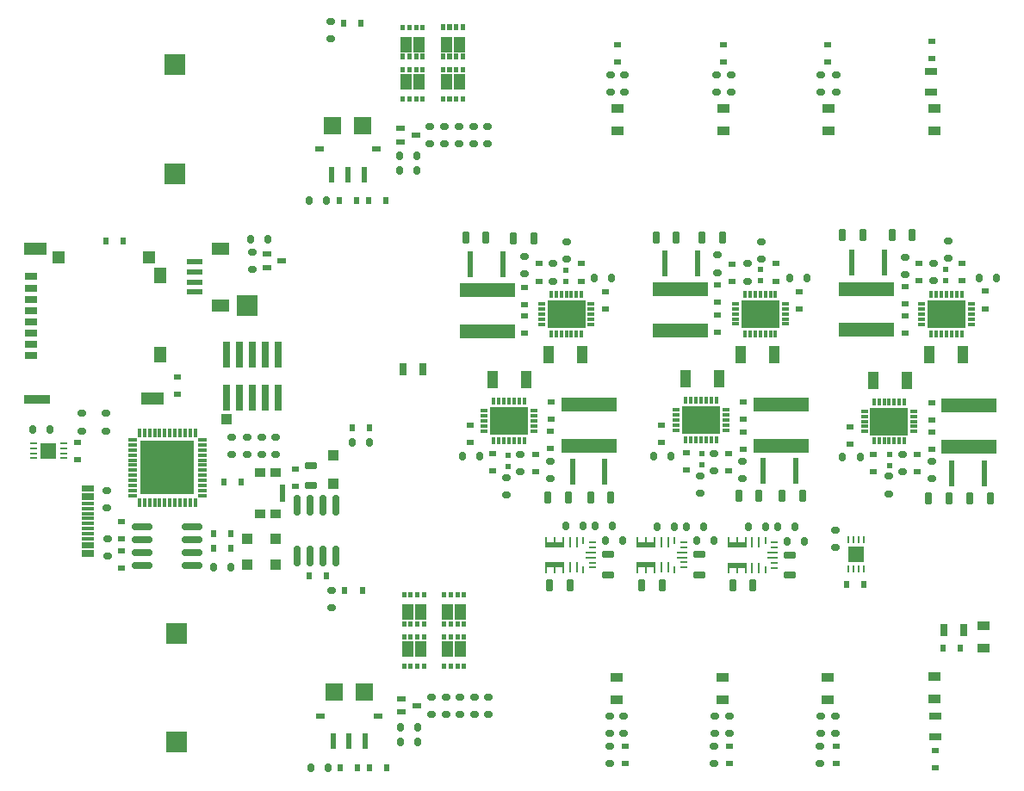
<source format=gbr>
%TF.GenerationSoftware,KiCad,Pcbnew,7.0.1-0*%
%TF.CreationDate,2023-04-01T19:34:19-07:00*%
%TF.ProjectId,1.0,312e302e-6b69-4636-9164-5f7063625858,rev?*%
%TF.SameCoordinates,Original*%
%TF.FileFunction,Paste,Top*%
%TF.FilePolarity,Positive*%
%FSLAX46Y46*%
G04 Gerber Fmt 4.6, Leading zero omitted, Abs format (unit mm)*
G04 Created by KiCad (PCBNEW 7.0.1-0) date 2023-04-01 19:34:19*
%MOMM*%
%LPD*%
G01*
G04 APERTURE LIST*
G04 Aperture macros list*
%AMRoundRect*
0 Rectangle with rounded corners*
0 $1 Rounding radius*
0 $2 $3 $4 $5 $6 $7 $8 $9 X,Y pos of 4 corners*
0 Add a 4 corners polygon primitive as box body*
4,1,4,$2,$3,$4,$5,$6,$7,$8,$9,$2,$3,0*
0 Add four circle primitives for the rounded corners*
1,1,$1+$1,$2,$3*
1,1,$1+$1,$4,$5*
1,1,$1+$1,$6,$7*
1,1,$1+$1,$8,$9*
0 Add four rect primitives between the rounded corners*
20,1,$1+$1,$2,$3,$4,$5,0*
20,1,$1+$1,$4,$5,$6,$7,0*
20,1,$1+$1,$6,$7,$8,$9,0*
20,1,$1+$1,$8,$9,$2,$3,0*%
G04 Aperture macros list end*
%ADD10C,0.010000*%
%ADD11RoundRect,0.150000X0.150000X0.250000X-0.150000X0.250000X-0.150000X-0.250000X0.150000X-0.250000X0*%
%ADD12R,0.800000X0.600000*%
%ADD13R,1.300000X0.900000*%
%ADD14R,2.000000X2.000000*%
%ADD15RoundRect,0.175000X0.175000X0.425000X-0.175000X0.425000X-0.175000X-0.425000X0.175000X-0.425000X0*%
%ADD16RoundRect,0.150000X0.250000X-0.150000X0.250000X0.150000X-0.250000X0.150000X-0.250000X-0.150000X0*%
%ADD17R,0.600000X0.800000*%
%ADD18R,0.300000X0.750000*%
%ADD19R,0.750000X0.300000*%
%ADD20R,3.700000X2.700000*%
%ADD21R,1.000000X1.000000*%
%ADD22R,0.830000X0.520000*%
%ADD23R,0.700000X1.200000*%
%ADD24R,1.100000X1.100000*%
%ADD25R,0.600000X2.500000*%
%ADD26RoundRect,0.175000X-0.175000X-0.425000X0.175000X-0.425000X0.175000X0.425000X-0.175000X0.425000X0*%
%ADD27R,1.000000X1.700000*%
%ADD28R,5.500000X1.430000*%
%ADD29R,0.600000X0.500000*%
%ADD30RoundRect,0.150000X-0.150000X-0.250000X0.150000X-0.250000X0.150000X0.250000X-0.150000X0.250000X0*%
%ADD31R,1.200000X0.700000*%
%ADD32RoundRect,0.150000X-0.250000X0.150000X-0.250000X-0.150000X0.250000X-0.150000X0.250000X0.150000X0*%
%ADD33R,1.800000X1.200000*%
%ADD34R,1.550000X0.600000*%
%ADD35R,0.500000X1.600000*%
%ADD36R,0.900000X0.600000*%
%ADD37R,1.800000X1.700000*%
%ADD38R,0.760000X2.600000*%
%ADD39R,1.000000X0.900000*%
%ADD40R,0.550000X1.700000*%
%ADD41RoundRect,0.175000X-0.425000X0.175000X-0.425000X-0.175000X0.425000X-0.175000X0.425000X0.175000X0*%
%ADD42R,0.850000X0.300000*%
%ADD43R,0.300000X0.850000*%
%ADD44R,5.250000X5.250000*%
%ADD45R,0.254800X0.757199*%
%ADD46R,1.600200X1.600200*%
%ADD47RoundRect,0.150000X0.825000X0.150000X-0.825000X0.150000X-0.825000X-0.150000X0.825000X-0.150000X0*%
%ADD48R,0.250000X0.800000*%
%ADD49R,0.250000X1.100000*%
%ADD50R,0.250000X0.700000*%
%ADD51R,1.950000X0.600000*%
%ADD52R,0.700000X0.250000*%
%ADD53R,1.100000X0.250000*%
%ADD54R,2.500000X0.950000*%
%ADD55R,2.200000X1.150000*%
%ADD56R,1.150000X1.500000*%
%ADD57R,1.240000X0.800000*%
%ADD58R,1.250000X1.250000*%
%ADD59R,1.200000X1.200000*%
%ADD60R,0.757199X0.254800*%
%ADD61R,1.150000X0.300000*%
%ADD62RoundRect,0.150000X-0.150000X0.825000X-0.150000X-0.825000X0.150000X-0.825000X0.150000X0.825000X0*%
G04 APERTURE END LIST*
%TO.C,Q10*%
D10*
X189420000Y-110297500D02*
X189080000Y-110297500D01*
X189080000Y-109847500D01*
X189420000Y-109847500D01*
X189420000Y-110297500D01*
G36*
X189420000Y-110297500D02*
G01*
X189080000Y-110297500D01*
X189080000Y-109847500D01*
X189420000Y-109847500D01*
X189420000Y-110297500D01*
G37*
X190070000Y-110297500D02*
X189730000Y-110297500D01*
X189730000Y-109847500D01*
X190070000Y-109847500D01*
X190070000Y-110297500D01*
G36*
X190070000Y-110297500D02*
G01*
X189730000Y-110297500D01*
X189730000Y-109847500D01*
X190070000Y-109847500D01*
X190070000Y-110297500D01*
G37*
X190720000Y-110297500D02*
X190380000Y-110297500D01*
X190380000Y-109847500D01*
X190720000Y-109847500D01*
X190720000Y-110297500D01*
G36*
X190720000Y-110297500D02*
G01*
X190380000Y-110297500D01*
X190380000Y-109847500D01*
X190720000Y-109847500D01*
X190720000Y-110297500D01*
G37*
X191370000Y-110297500D02*
X191030000Y-110297500D01*
X191030000Y-109847500D01*
X191370000Y-109847500D01*
X191370000Y-110297500D01*
G36*
X191370000Y-110297500D02*
G01*
X191030000Y-110297500D01*
X191030000Y-109847500D01*
X191370000Y-109847500D01*
X191370000Y-110297500D01*
G37*
X190100000Y-109097500D02*
X189080000Y-109097500D01*
X189080000Y-107652500D01*
X190100000Y-107652500D01*
X190100000Y-109097500D01*
G36*
X190100000Y-109097500D02*
G01*
X189080000Y-109097500D01*
X189080000Y-107652500D01*
X190100000Y-107652500D01*
X190100000Y-109097500D01*
G37*
X191370000Y-109097500D02*
X190350000Y-109097500D01*
X190350000Y-107652500D01*
X191370000Y-107652500D01*
X191370000Y-109097500D01*
G36*
X191370000Y-109097500D02*
G01*
X190350000Y-109097500D01*
X190350000Y-107652500D01*
X191370000Y-107652500D01*
X191370000Y-109097500D01*
G37*
X189420000Y-107427500D02*
X189080000Y-107427500D01*
X189080000Y-106977500D01*
X189420000Y-106977500D01*
X189420000Y-107427500D01*
G36*
X189420000Y-107427500D02*
G01*
X189080000Y-107427500D01*
X189080000Y-106977500D01*
X189420000Y-106977500D01*
X189420000Y-107427500D01*
G37*
X190070000Y-107427500D02*
X189730000Y-107427500D01*
X189730000Y-106977500D01*
X190070000Y-106977500D01*
X190070000Y-107427500D01*
G36*
X190070000Y-107427500D02*
G01*
X189730000Y-107427500D01*
X189730000Y-106977500D01*
X190070000Y-106977500D01*
X190070000Y-107427500D01*
G37*
X190720000Y-107427500D02*
X190380000Y-107427500D01*
X190380000Y-106977500D01*
X190720000Y-106977500D01*
X190720000Y-107427500D01*
G36*
X190720000Y-107427500D02*
G01*
X190380000Y-107427500D01*
X190380000Y-106977500D01*
X190720000Y-106977500D01*
X190720000Y-107427500D01*
G37*
X191370000Y-107427500D02*
X191030000Y-107427500D01*
X191030000Y-106977500D01*
X191370000Y-106977500D01*
X191370000Y-107427500D01*
G36*
X191370000Y-107427500D02*
G01*
X191030000Y-107427500D01*
X191030000Y-106977500D01*
X191370000Y-106977500D01*
X191370000Y-107427500D01*
G37*
%TO.C,Q12*%
X195320000Y-103252500D02*
X194980000Y-103252500D01*
X194980000Y-102802500D01*
X195320000Y-102802500D01*
X195320000Y-103252500D01*
G36*
X195320000Y-103252500D02*
G01*
X194980000Y-103252500D01*
X194980000Y-102802500D01*
X195320000Y-102802500D01*
X195320000Y-103252500D01*
G37*
X194670000Y-103252500D02*
X194330000Y-103252500D01*
X194330000Y-102802500D01*
X194670000Y-102802500D01*
X194670000Y-103252500D01*
G36*
X194670000Y-103252500D02*
G01*
X194330000Y-103252500D01*
X194330000Y-102802500D01*
X194670000Y-102802500D01*
X194670000Y-103252500D01*
G37*
X194020000Y-103252500D02*
X193680000Y-103252500D01*
X193680000Y-102802500D01*
X194020000Y-102802500D01*
X194020000Y-103252500D01*
G36*
X194020000Y-103252500D02*
G01*
X193680000Y-103252500D01*
X193680000Y-102802500D01*
X194020000Y-102802500D01*
X194020000Y-103252500D01*
G37*
X193370000Y-103252500D02*
X193030000Y-103252500D01*
X193030000Y-102802500D01*
X193370000Y-102802500D01*
X193370000Y-103252500D01*
G36*
X193370000Y-103252500D02*
G01*
X193030000Y-103252500D01*
X193030000Y-102802500D01*
X193370000Y-102802500D01*
X193370000Y-103252500D01*
G37*
X195320000Y-105447500D02*
X194300000Y-105447500D01*
X194300000Y-104002500D01*
X195320000Y-104002500D01*
X195320000Y-105447500D01*
G36*
X195320000Y-105447500D02*
G01*
X194300000Y-105447500D01*
X194300000Y-104002500D01*
X195320000Y-104002500D01*
X195320000Y-105447500D01*
G37*
X194050000Y-105447500D02*
X193030000Y-105447500D01*
X193030000Y-104002500D01*
X194050000Y-104002500D01*
X194050000Y-105447500D01*
G36*
X194050000Y-105447500D02*
G01*
X193030000Y-105447500D01*
X193030000Y-104002500D01*
X194050000Y-104002500D01*
X194050000Y-105447500D01*
G37*
X195320000Y-106122500D02*
X194980000Y-106122500D01*
X194980000Y-105672500D01*
X195320000Y-105672500D01*
X195320000Y-106122500D01*
G36*
X195320000Y-106122500D02*
G01*
X194980000Y-106122500D01*
X194980000Y-105672500D01*
X195320000Y-105672500D01*
X195320000Y-106122500D01*
G37*
X194670000Y-106122500D02*
X194330000Y-106122500D01*
X194330000Y-105672500D01*
X194670000Y-105672500D01*
X194670000Y-106122500D01*
G36*
X194670000Y-106122500D02*
G01*
X194330000Y-106122500D01*
X194330000Y-105672500D01*
X194670000Y-105672500D01*
X194670000Y-106122500D01*
G37*
X194020000Y-106122500D02*
X193680000Y-106122500D01*
X193680000Y-105672500D01*
X194020000Y-105672500D01*
X194020000Y-106122500D01*
G36*
X194020000Y-106122500D02*
G01*
X193680000Y-106122500D01*
X193680000Y-105672500D01*
X194020000Y-105672500D01*
X194020000Y-106122500D01*
G37*
X193370000Y-106122500D02*
X193030000Y-106122500D01*
X193030000Y-105672500D01*
X193370000Y-105672500D01*
X193370000Y-106122500D01*
G36*
X193370000Y-106122500D02*
G01*
X193030000Y-106122500D01*
X193030000Y-105672500D01*
X193370000Y-105672500D01*
X193370000Y-106122500D01*
G37*
%TO.C,Q3*%
X195445000Y-159065000D02*
X195105000Y-159065000D01*
X195105000Y-158615000D01*
X195445000Y-158615000D01*
X195445000Y-159065000D01*
G36*
X195445000Y-159065000D02*
G01*
X195105000Y-159065000D01*
X195105000Y-158615000D01*
X195445000Y-158615000D01*
X195445000Y-159065000D01*
G37*
X194795000Y-159065000D02*
X194455000Y-159065000D01*
X194455000Y-158615000D01*
X194795000Y-158615000D01*
X194795000Y-159065000D01*
G36*
X194795000Y-159065000D02*
G01*
X194455000Y-159065000D01*
X194455000Y-158615000D01*
X194795000Y-158615000D01*
X194795000Y-159065000D01*
G37*
X194145000Y-159065000D02*
X193805000Y-159065000D01*
X193805000Y-158615000D01*
X194145000Y-158615000D01*
X194145000Y-159065000D01*
G36*
X194145000Y-159065000D02*
G01*
X193805000Y-159065000D01*
X193805000Y-158615000D01*
X194145000Y-158615000D01*
X194145000Y-159065000D01*
G37*
X193495000Y-159065000D02*
X193155000Y-159065000D01*
X193155000Y-158615000D01*
X193495000Y-158615000D01*
X193495000Y-159065000D01*
G36*
X193495000Y-159065000D02*
G01*
X193155000Y-159065000D01*
X193155000Y-158615000D01*
X193495000Y-158615000D01*
X193495000Y-159065000D01*
G37*
X195445000Y-161260000D02*
X194425000Y-161260000D01*
X194425000Y-159815000D01*
X195445000Y-159815000D01*
X195445000Y-161260000D01*
G36*
X195445000Y-161260000D02*
G01*
X194425000Y-161260000D01*
X194425000Y-159815000D01*
X195445000Y-159815000D01*
X195445000Y-161260000D01*
G37*
X194175000Y-161260000D02*
X193155000Y-161260000D01*
X193155000Y-159815000D01*
X194175000Y-159815000D01*
X194175000Y-161260000D01*
G36*
X194175000Y-161260000D02*
G01*
X193155000Y-161260000D01*
X193155000Y-159815000D01*
X194175000Y-159815000D01*
X194175000Y-161260000D01*
G37*
X195445000Y-161935000D02*
X195105000Y-161935000D01*
X195105000Y-161485000D01*
X195445000Y-161485000D01*
X195445000Y-161935000D01*
G36*
X195445000Y-161935000D02*
G01*
X195105000Y-161935000D01*
X195105000Y-161485000D01*
X195445000Y-161485000D01*
X195445000Y-161935000D01*
G37*
X194795000Y-161935000D02*
X194455000Y-161935000D01*
X194455000Y-161485000D01*
X194795000Y-161485000D01*
X194795000Y-161935000D01*
G36*
X194795000Y-161935000D02*
G01*
X194455000Y-161935000D01*
X194455000Y-161485000D01*
X194795000Y-161485000D01*
X194795000Y-161935000D01*
G37*
X194145000Y-161935000D02*
X193805000Y-161935000D01*
X193805000Y-161485000D01*
X194145000Y-161485000D01*
X194145000Y-161935000D01*
G36*
X194145000Y-161935000D02*
G01*
X193805000Y-161935000D01*
X193805000Y-161485000D01*
X194145000Y-161485000D01*
X194145000Y-161935000D01*
G37*
X193495000Y-161935000D02*
X193155000Y-161935000D01*
X193155000Y-161485000D01*
X193495000Y-161485000D01*
X193495000Y-161935000D01*
G36*
X193495000Y-161935000D02*
G01*
X193155000Y-161935000D01*
X193155000Y-161485000D01*
X193495000Y-161485000D01*
X193495000Y-161935000D01*
G37*
%TO.C,Q4*%
X191495000Y-159065000D02*
X191155000Y-159065000D01*
X191155000Y-158615000D01*
X191495000Y-158615000D01*
X191495000Y-159065000D01*
G36*
X191495000Y-159065000D02*
G01*
X191155000Y-159065000D01*
X191155000Y-158615000D01*
X191495000Y-158615000D01*
X191495000Y-159065000D01*
G37*
X190845000Y-159065000D02*
X190505000Y-159065000D01*
X190505000Y-158615000D01*
X190845000Y-158615000D01*
X190845000Y-159065000D01*
G36*
X190845000Y-159065000D02*
G01*
X190505000Y-159065000D01*
X190505000Y-158615000D01*
X190845000Y-158615000D01*
X190845000Y-159065000D01*
G37*
X190195000Y-159065000D02*
X189855000Y-159065000D01*
X189855000Y-158615000D01*
X190195000Y-158615000D01*
X190195000Y-159065000D01*
G36*
X190195000Y-159065000D02*
G01*
X189855000Y-159065000D01*
X189855000Y-158615000D01*
X190195000Y-158615000D01*
X190195000Y-159065000D01*
G37*
X189545000Y-159065000D02*
X189205000Y-159065000D01*
X189205000Y-158615000D01*
X189545000Y-158615000D01*
X189545000Y-159065000D01*
G36*
X189545000Y-159065000D02*
G01*
X189205000Y-159065000D01*
X189205000Y-158615000D01*
X189545000Y-158615000D01*
X189545000Y-159065000D01*
G37*
X191495000Y-161260000D02*
X190475000Y-161260000D01*
X190475000Y-159815000D01*
X191495000Y-159815000D01*
X191495000Y-161260000D01*
G36*
X191495000Y-161260000D02*
G01*
X190475000Y-161260000D01*
X190475000Y-159815000D01*
X191495000Y-159815000D01*
X191495000Y-161260000D01*
G37*
X190225000Y-161260000D02*
X189205000Y-161260000D01*
X189205000Y-159815000D01*
X190225000Y-159815000D01*
X190225000Y-161260000D01*
G36*
X190225000Y-161260000D02*
G01*
X189205000Y-161260000D01*
X189205000Y-159815000D01*
X190225000Y-159815000D01*
X190225000Y-161260000D01*
G37*
X191495000Y-161935000D02*
X191155000Y-161935000D01*
X191155000Y-161485000D01*
X191495000Y-161485000D01*
X191495000Y-161935000D01*
G36*
X191495000Y-161935000D02*
G01*
X191155000Y-161935000D01*
X191155000Y-161485000D01*
X191495000Y-161485000D01*
X191495000Y-161935000D01*
G37*
X190845000Y-161935000D02*
X190505000Y-161935000D01*
X190505000Y-161485000D01*
X190845000Y-161485000D01*
X190845000Y-161935000D01*
G36*
X190845000Y-161935000D02*
G01*
X190505000Y-161935000D01*
X190505000Y-161485000D01*
X190845000Y-161485000D01*
X190845000Y-161935000D01*
G37*
X190195000Y-161935000D02*
X189855000Y-161935000D01*
X189855000Y-161485000D01*
X190195000Y-161485000D01*
X190195000Y-161935000D01*
G36*
X190195000Y-161935000D02*
G01*
X189855000Y-161935000D01*
X189855000Y-161485000D01*
X190195000Y-161485000D01*
X190195000Y-161935000D01*
G37*
X189545000Y-161935000D02*
X189205000Y-161935000D01*
X189205000Y-161485000D01*
X189545000Y-161485000D01*
X189545000Y-161935000D01*
G36*
X189545000Y-161935000D02*
G01*
X189205000Y-161935000D01*
X189205000Y-161485000D01*
X189545000Y-161485000D01*
X189545000Y-161935000D01*
G37*
%TO.C,Q6*%
X193495000Y-166100000D02*
X193155000Y-166100000D01*
X193155000Y-165650000D01*
X193495000Y-165650000D01*
X193495000Y-166100000D01*
G36*
X193495000Y-166100000D02*
G01*
X193155000Y-166100000D01*
X193155000Y-165650000D01*
X193495000Y-165650000D01*
X193495000Y-166100000D01*
G37*
X194145000Y-166100000D02*
X193805000Y-166100000D01*
X193805000Y-165650000D01*
X194145000Y-165650000D01*
X194145000Y-166100000D01*
G36*
X194145000Y-166100000D02*
G01*
X193805000Y-166100000D01*
X193805000Y-165650000D01*
X194145000Y-165650000D01*
X194145000Y-166100000D01*
G37*
X194795000Y-166100000D02*
X194455000Y-166100000D01*
X194455000Y-165650000D01*
X194795000Y-165650000D01*
X194795000Y-166100000D01*
G36*
X194795000Y-166100000D02*
G01*
X194455000Y-166100000D01*
X194455000Y-165650000D01*
X194795000Y-165650000D01*
X194795000Y-166100000D01*
G37*
X195445000Y-166100000D02*
X195105000Y-166100000D01*
X195105000Y-165650000D01*
X195445000Y-165650000D01*
X195445000Y-166100000D01*
G36*
X195445000Y-166100000D02*
G01*
X195105000Y-166100000D01*
X195105000Y-165650000D01*
X195445000Y-165650000D01*
X195445000Y-166100000D01*
G37*
X194175000Y-164900000D02*
X193155000Y-164900000D01*
X193155000Y-163455000D01*
X194175000Y-163455000D01*
X194175000Y-164900000D01*
G36*
X194175000Y-164900000D02*
G01*
X193155000Y-164900000D01*
X193155000Y-163455000D01*
X194175000Y-163455000D01*
X194175000Y-164900000D01*
G37*
X195445000Y-164900000D02*
X194425000Y-164900000D01*
X194425000Y-163455000D01*
X195445000Y-163455000D01*
X195445000Y-164900000D01*
G36*
X195445000Y-164900000D02*
G01*
X194425000Y-164900000D01*
X194425000Y-163455000D01*
X195445000Y-163455000D01*
X195445000Y-164900000D01*
G37*
X193495000Y-163230000D02*
X193155000Y-163230000D01*
X193155000Y-162780000D01*
X193495000Y-162780000D01*
X193495000Y-163230000D01*
G36*
X193495000Y-163230000D02*
G01*
X193155000Y-163230000D01*
X193155000Y-162780000D01*
X193495000Y-162780000D01*
X193495000Y-163230000D01*
G37*
X194145000Y-163230000D02*
X193805000Y-163230000D01*
X193805000Y-162780000D01*
X194145000Y-162780000D01*
X194145000Y-163230000D01*
G36*
X194145000Y-163230000D02*
G01*
X193805000Y-163230000D01*
X193805000Y-162780000D01*
X194145000Y-162780000D01*
X194145000Y-163230000D01*
G37*
X194795000Y-163230000D02*
X194455000Y-163230000D01*
X194455000Y-162780000D01*
X194795000Y-162780000D01*
X194795000Y-163230000D01*
G36*
X194795000Y-163230000D02*
G01*
X194455000Y-163230000D01*
X194455000Y-162780000D01*
X194795000Y-162780000D01*
X194795000Y-163230000D01*
G37*
X195445000Y-163230000D02*
X195105000Y-163230000D01*
X195105000Y-162780000D01*
X195445000Y-162780000D01*
X195445000Y-163230000D01*
G36*
X195445000Y-163230000D02*
G01*
X195105000Y-163230000D01*
X195105000Y-162780000D01*
X195445000Y-162780000D01*
X195445000Y-163230000D01*
G37*
%TO.C,Q9*%
X193370000Y-110297500D02*
X193030000Y-110297500D01*
X193030000Y-109847500D01*
X193370000Y-109847500D01*
X193370000Y-110297500D01*
G36*
X193370000Y-110297500D02*
G01*
X193030000Y-110297500D01*
X193030000Y-109847500D01*
X193370000Y-109847500D01*
X193370000Y-110297500D01*
G37*
X194020000Y-110297500D02*
X193680000Y-110297500D01*
X193680000Y-109847500D01*
X194020000Y-109847500D01*
X194020000Y-110297500D01*
G36*
X194020000Y-110297500D02*
G01*
X193680000Y-110297500D01*
X193680000Y-109847500D01*
X194020000Y-109847500D01*
X194020000Y-110297500D01*
G37*
X194670000Y-110297500D02*
X194330000Y-110297500D01*
X194330000Y-109847500D01*
X194670000Y-109847500D01*
X194670000Y-110297500D01*
G36*
X194670000Y-110297500D02*
G01*
X194330000Y-110297500D01*
X194330000Y-109847500D01*
X194670000Y-109847500D01*
X194670000Y-110297500D01*
G37*
X195320000Y-110297500D02*
X194980000Y-110297500D01*
X194980000Y-109847500D01*
X195320000Y-109847500D01*
X195320000Y-110297500D01*
G36*
X195320000Y-110297500D02*
G01*
X194980000Y-110297500D01*
X194980000Y-109847500D01*
X195320000Y-109847500D01*
X195320000Y-110297500D01*
G37*
X194050000Y-109097500D02*
X193030000Y-109097500D01*
X193030000Y-107652500D01*
X194050000Y-107652500D01*
X194050000Y-109097500D01*
G36*
X194050000Y-109097500D02*
G01*
X193030000Y-109097500D01*
X193030000Y-107652500D01*
X194050000Y-107652500D01*
X194050000Y-109097500D01*
G37*
X195320000Y-109097500D02*
X194300000Y-109097500D01*
X194300000Y-107652500D01*
X195320000Y-107652500D01*
X195320000Y-109097500D01*
G36*
X195320000Y-109097500D02*
G01*
X194300000Y-109097500D01*
X194300000Y-107652500D01*
X195320000Y-107652500D01*
X195320000Y-109097500D01*
G37*
X193370000Y-107427500D02*
X193030000Y-107427500D01*
X193030000Y-106977500D01*
X193370000Y-106977500D01*
X193370000Y-107427500D01*
G36*
X193370000Y-107427500D02*
G01*
X193030000Y-107427500D01*
X193030000Y-106977500D01*
X193370000Y-106977500D01*
X193370000Y-107427500D01*
G37*
X194020000Y-107427500D02*
X193680000Y-107427500D01*
X193680000Y-106977500D01*
X194020000Y-106977500D01*
X194020000Y-107427500D01*
G36*
X194020000Y-107427500D02*
G01*
X193680000Y-107427500D01*
X193680000Y-106977500D01*
X194020000Y-106977500D01*
X194020000Y-107427500D01*
G37*
X194670000Y-107427500D02*
X194330000Y-107427500D01*
X194330000Y-106977500D01*
X194670000Y-106977500D01*
X194670000Y-107427500D01*
G36*
X194670000Y-107427500D02*
G01*
X194330000Y-107427500D01*
X194330000Y-106977500D01*
X194670000Y-106977500D01*
X194670000Y-107427500D01*
G37*
X195320000Y-107427500D02*
X194980000Y-107427500D01*
X194980000Y-106977500D01*
X195320000Y-106977500D01*
X195320000Y-107427500D01*
G36*
X195320000Y-107427500D02*
G01*
X194980000Y-107427500D01*
X194980000Y-106977500D01*
X195320000Y-106977500D01*
X195320000Y-107427500D01*
G37*
%TO.C,Q11*%
X191395000Y-103265000D02*
X191055000Y-103265000D01*
X191055000Y-102815000D01*
X191395000Y-102815000D01*
X191395000Y-103265000D01*
G36*
X191395000Y-103265000D02*
G01*
X191055000Y-103265000D01*
X191055000Y-102815000D01*
X191395000Y-102815000D01*
X191395000Y-103265000D01*
G37*
X190745000Y-103265000D02*
X190405000Y-103265000D01*
X190405000Y-102815000D01*
X190745000Y-102815000D01*
X190745000Y-103265000D01*
G36*
X190745000Y-103265000D02*
G01*
X190405000Y-103265000D01*
X190405000Y-102815000D01*
X190745000Y-102815000D01*
X190745000Y-103265000D01*
G37*
X190095000Y-103265000D02*
X189755000Y-103265000D01*
X189755000Y-102815000D01*
X190095000Y-102815000D01*
X190095000Y-103265000D01*
G36*
X190095000Y-103265000D02*
G01*
X189755000Y-103265000D01*
X189755000Y-102815000D01*
X190095000Y-102815000D01*
X190095000Y-103265000D01*
G37*
X189445000Y-103265000D02*
X189105000Y-103265000D01*
X189105000Y-102815000D01*
X189445000Y-102815000D01*
X189445000Y-103265000D01*
G36*
X189445000Y-103265000D02*
G01*
X189105000Y-103265000D01*
X189105000Y-102815000D01*
X189445000Y-102815000D01*
X189445000Y-103265000D01*
G37*
X191395000Y-105460000D02*
X190375000Y-105460000D01*
X190375000Y-104015000D01*
X191395000Y-104015000D01*
X191395000Y-105460000D01*
G36*
X191395000Y-105460000D02*
G01*
X190375000Y-105460000D01*
X190375000Y-104015000D01*
X191395000Y-104015000D01*
X191395000Y-105460000D01*
G37*
X190125000Y-105460000D02*
X189105000Y-105460000D01*
X189105000Y-104015000D01*
X190125000Y-104015000D01*
X190125000Y-105460000D01*
G36*
X190125000Y-105460000D02*
G01*
X189105000Y-105460000D01*
X189105000Y-104015000D01*
X190125000Y-104015000D01*
X190125000Y-105460000D01*
G37*
X191395000Y-106135000D02*
X191055000Y-106135000D01*
X191055000Y-105685000D01*
X191395000Y-105685000D01*
X191395000Y-106135000D01*
G36*
X191395000Y-106135000D02*
G01*
X191055000Y-106135000D01*
X191055000Y-105685000D01*
X191395000Y-105685000D01*
X191395000Y-106135000D01*
G37*
X190745000Y-106135000D02*
X190405000Y-106135000D01*
X190405000Y-105685000D01*
X190745000Y-105685000D01*
X190745000Y-106135000D01*
G36*
X190745000Y-106135000D02*
G01*
X190405000Y-106135000D01*
X190405000Y-105685000D01*
X190745000Y-105685000D01*
X190745000Y-106135000D01*
G37*
X190095000Y-106135000D02*
X189755000Y-106135000D01*
X189755000Y-105685000D01*
X190095000Y-105685000D01*
X190095000Y-106135000D01*
G36*
X190095000Y-106135000D02*
G01*
X189755000Y-106135000D01*
X189755000Y-105685000D01*
X190095000Y-105685000D01*
X190095000Y-106135000D01*
G37*
X189445000Y-106135000D02*
X189105000Y-106135000D01*
X189105000Y-105685000D01*
X189445000Y-105685000D01*
X189445000Y-106135000D01*
G36*
X189445000Y-106135000D02*
G01*
X189105000Y-106135000D01*
X189105000Y-105685000D01*
X189445000Y-105685000D01*
X189445000Y-106135000D01*
G37*
%TO.C,Q5*%
X189545000Y-166112500D02*
X189205000Y-166112500D01*
X189205000Y-165662500D01*
X189545000Y-165662500D01*
X189545000Y-166112500D01*
G36*
X189545000Y-166112500D02*
G01*
X189205000Y-166112500D01*
X189205000Y-165662500D01*
X189545000Y-165662500D01*
X189545000Y-166112500D01*
G37*
X190195000Y-166112500D02*
X189855000Y-166112500D01*
X189855000Y-165662500D01*
X190195000Y-165662500D01*
X190195000Y-166112500D01*
G36*
X190195000Y-166112500D02*
G01*
X189855000Y-166112500D01*
X189855000Y-165662500D01*
X190195000Y-165662500D01*
X190195000Y-166112500D01*
G37*
X190845000Y-166112500D02*
X190505000Y-166112500D01*
X190505000Y-165662500D01*
X190845000Y-165662500D01*
X190845000Y-166112500D01*
G36*
X190845000Y-166112500D02*
G01*
X190505000Y-166112500D01*
X190505000Y-165662500D01*
X190845000Y-165662500D01*
X190845000Y-166112500D01*
G37*
X191495000Y-166112500D02*
X191155000Y-166112500D01*
X191155000Y-165662500D01*
X191495000Y-165662500D01*
X191495000Y-166112500D01*
G36*
X191495000Y-166112500D02*
G01*
X191155000Y-166112500D01*
X191155000Y-165662500D01*
X191495000Y-165662500D01*
X191495000Y-166112500D01*
G37*
X190225000Y-164912500D02*
X189205000Y-164912500D01*
X189205000Y-163467500D01*
X190225000Y-163467500D01*
X190225000Y-164912500D01*
G36*
X190225000Y-164912500D02*
G01*
X189205000Y-164912500D01*
X189205000Y-163467500D01*
X190225000Y-163467500D01*
X190225000Y-164912500D01*
G37*
X191495000Y-164912500D02*
X190475000Y-164912500D01*
X190475000Y-163467500D01*
X191495000Y-163467500D01*
X191495000Y-164912500D01*
G36*
X191495000Y-164912500D02*
G01*
X190475000Y-164912500D01*
X190475000Y-163467500D01*
X191495000Y-163467500D01*
X191495000Y-164912500D01*
G37*
X189545000Y-163242500D02*
X189205000Y-163242500D01*
X189205000Y-162792500D01*
X189545000Y-162792500D01*
X189545000Y-163242500D01*
G36*
X189545000Y-163242500D02*
G01*
X189205000Y-163242500D01*
X189205000Y-162792500D01*
X189545000Y-162792500D01*
X189545000Y-163242500D01*
G37*
X190195000Y-163242500D02*
X189855000Y-163242500D01*
X189855000Y-162792500D01*
X190195000Y-162792500D01*
X190195000Y-163242500D01*
G36*
X190195000Y-163242500D02*
G01*
X189855000Y-163242500D01*
X189855000Y-162792500D01*
X190195000Y-162792500D01*
X190195000Y-163242500D01*
G37*
X190845000Y-163242500D02*
X190505000Y-163242500D01*
X190505000Y-162792500D01*
X190845000Y-162792500D01*
X190845000Y-163242500D01*
G36*
X190845000Y-163242500D02*
G01*
X190505000Y-163242500D01*
X190505000Y-162792500D01*
X190845000Y-162792500D01*
X190845000Y-163242500D01*
G37*
X191495000Y-163242500D02*
X191155000Y-163242500D01*
X191155000Y-162792500D01*
X191495000Y-162792500D01*
X191495000Y-163242500D01*
G36*
X191495000Y-163242500D02*
G01*
X191155000Y-163242500D01*
X191155000Y-162792500D01*
X191495000Y-162792500D01*
X191495000Y-163242500D01*
G37*
%TD*%
D11*
%TO.C,R84*%
X234237500Y-145355000D03*
X232537500Y-145355000D03*
%TD*%
D12*
%TO.C,C65*%
X220250000Y-130095000D03*
X220250000Y-128395000D03*
%TD*%
D13*
%TO.C,F4*%
X210400000Y-111075000D03*
X210400000Y-113275000D03*
%TD*%
D14*
%TO.C,TP17*%
X167020000Y-162670000D03*
%TD*%
D12*
%TO.C,R85*%
X239840000Y-145100000D03*
X239840000Y-146800000D03*
%TD*%
D15*
%TO.C,C26*%
X220730000Y-123730000D03*
X218730000Y-123730000D03*
%TD*%
D16*
%TO.C,R18*%
X175400000Y-145125000D03*
X175400000Y-143425000D03*
%TD*%
D17*
%TO.C,C29*%
X232945000Y-157860000D03*
X234645000Y-157860000D03*
%TD*%
D18*
%TO.C,U9*%
X203867500Y-133230001D03*
X204367499Y-133230001D03*
X204867501Y-133230001D03*
X205367500Y-133230001D03*
X205867499Y-133230001D03*
X206367501Y-133230001D03*
X206867500Y-133230001D03*
D19*
X207807500Y-132290002D03*
X207807500Y-131790000D03*
X207807500Y-131290001D03*
X207807500Y-130790002D03*
X207807500Y-130290000D03*
D18*
X206867500Y-129350001D03*
X206367501Y-129350001D03*
X205867499Y-129350001D03*
X205367500Y-129350001D03*
X204867501Y-129350001D03*
X204367499Y-129350001D03*
X203867500Y-129350001D03*
D19*
X202927500Y-130290000D03*
X202927500Y-130790002D03*
X202927500Y-131290001D03*
X202927500Y-131790000D03*
X202927500Y-132290002D03*
D20*
X205367500Y-131290001D03*
%TD*%
D12*
%TO.C,D16*%
X241625000Y-175925000D03*
X241625000Y-174225000D03*
%TD*%
D21*
%TO.C,TP1*%
X171950000Y-141625000D03*
%TD*%
D12*
%TO.C,D15*%
X241300000Y-104435000D03*
X241300000Y-106135000D03*
%TD*%
D13*
%TO.C,F1*%
X231025000Y-169225000D03*
X231025000Y-167025000D03*
%TD*%
D22*
%TO.C,Q1*%
X189165000Y-169150000D03*
X189165000Y-170450000D03*
X190635000Y-169800000D03*
%TD*%
D12*
%TO.C,R81*%
X221680000Y-128050000D03*
X221680000Y-126350000D03*
%TD*%
%TO.C,C31*%
X198122500Y-145025000D03*
X198122500Y-146725000D03*
%TD*%
D23*
%TO.C,R51*%
X191300000Y-136720000D03*
X189300000Y-136720000D03*
%TD*%
D24*
%TO.C,D2*%
X176825000Y-153425000D03*
X174025000Y-153425000D03*
%TD*%
D11*
%TO.C,R1*%
X172375000Y-156175000D03*
X170675000Y-156175000D03*
%TD*%
D14*
%TO.C,TP20*%
X166890000Y-117540000D03*
%TD*%
D16*
%TO.C,R45*%
X211100000Y-109450000D03*
X211100000Y-107750000D03*
%TD*%
D12*
%TO.C,C35*%
X203822500Y-142800000D03*
X203822500Y-144500000D03*
%TD*%
D25*
%TO.C,C58*%
X246460000Y-147000000D03*
X243260000Y-147000000D03*
%TD*%
D26*
%TO.C,C74*%
X240960000Y-149460000D03*
X242960000Y-149460000D03*
%TD*%
D12*
%TO.C,C69*%
X238650000Y-133200000D03*
X238650000Y-131500000D03*
%TD*%
%TO.C,C68*%
X220250000Y-133095000D03*
X220250000Y-131395000D03*
%TD*%
D27*
%TO.C,C55*%
X235560000Y-137790000D03*
X238860000Y-137790000D03*
%TD*%
D18*
%TO.C,U29*%
X222935000Y-133209999D03*
X223434999Y-133209999D03*
X223935001Y-133209999D03*
X224435000Y-133209999D03*
X224934999Y-133209999D03*
X225435001Y-133209999D03*
X225935000Y-133209999D03*
D19*
X226875000Y-132270000D03*
X226875000Y-131769998D03*
X226875000Y-131269999D03*
X226875000Y-130770000D03*
X226875000Y-130269998D03*
D18*
X225935000Y-129329999D03*
X225435001Y-129329999D03*
X224934999Y-129329999D03*
X224435000Y-129329999D03*
X223935001Y-129329999D03*
X223434999Y-129329999D03*
X222935000Y-129329999D03*
D19*
X221995000Y-130269998D03*
X221995000Y-130770000D03*
X221995000Y-131269999D03*
X221995000Y-131769998D03*
X221995000Y-132270000D03*
D20*
X224435000Y-131269999D03*
%TD*%
D28*
%TO.C,L2*%
X207647500Y-140205000D03*
X207647500Y-144245000D03*
%TD*%
D25*
%TO.C,C6*%
X209175000Y-146800000D03*
X205975000Y-146800000D03*
%TD*%
D29*
%TO.C,C73*%
X237187500Y-146180000D03*
X237187500Y-145080000D03*
%TD*%
D11*
%TO.C,R25*%
X190730000Y-173350000D03*
X189030000Y-173350000D03*
%TD*%
D16*
%TO.C,R77*%
X200872500Y-146825000D03*
X200872500Y-145125000D03*
%TD*%
D18*
%TO.C,U12*%
X220100000Y-139795000D03*
X219600001Y-139795000D03*
X219099999Y-139795000D03*
X218600000Y-139795000D03*
X218100001Y-139795000D03*
X217599999Y-139795000D03*
X217100000Y-139795000D03*
D19*
X216160000Y-140734999D03*
X216160000Y-141235001D03*
X216160000Y-141735000D03*
X216160000Y-142234999D03*
X216160000Y-142735001D03*
D18*
X217100000Y-143675000D03*
X217599999Y-143675000D03*
X218100001Y-143675000D03*
X218600000Y-143675000D03*
X219099999Y-143675000D03*
X219600001Y-143675000D03*
X220100000Y-143675000D03*
D19*
X221040000Y-142735001D03*
X221040000Y-142234999D03*
X221040000Y-141735000D03*
X221040000Y-141235001D03*
X221040000Y-140734999D03*
D20*
X218600000Y-141735000D03*
%TD*%
D30*
%TO.C,R62*%
X188950000Y-117150000D03*
X190650000Y-117150000D03*
%TD*%
D12*
%TO.C,C59*%
X228300000Y-129070000D03*
X228300000Y-130770000D03*
%TD*%
D31*
%TO.C,R69*%
X241262500Y-107450000D03*
X241262500Y-109450000D03*
%TD*%
D32*
%TO.C,R59*%
X209625000Y-170850000D03*
X209625000Y-172550000D03*
%TD*%
D11*
%TO.C,R4*%
X196847500Y-145250000D03*
X195147500Y-145250000D03*
%TD*%
D25*
%TO.C,C21*%
X215090000Y-126310000D03*
X218290000Y-126310000D03*
%TD*%
D33*
%TO.C,J1*%
X171377500Y-130425000D03*
X171377500Y-124825000D03*
D34*
X168852500Y-129125000D03*
X168852500Y-128125000D03*
X168852500Y-127125000D03*
X168852500Y-126125000D03*
%TD*%
D12*
%TO.C,C28*%
X214750000Y-143935000D03*
X214750000Y-142235000D03*
%TD*%
D26*
%TO.C,C50*%
X195475000Y-123775000D03*
X197475000Y-123775000D03*
%TD*%
D12*
%TO.C,R83*%
X240060000Y-128030000D03*
X240060000Y-126330000D03*
%TD*%
D29*
%TO.C,C71*%
X224425000Y-126920000D03*
X224425000Y-128020000D03*
%TD*%
%TO.C,C70*%
X242675000Y-126925000D03*
X242675000Y-128025000D03*
%TD*%
D32*
%TO.C,R28*%
X191975000Y-112800000D03*
X191975000Y-114500000D03*
%TD*%
D12*
%TO.C,R73*%
X221300000Y-144990000D03*
X221300000Y-146690000D03*
%TD*%
D25*
%TO.C,C52*%
X233410000Y-126230000D03*
X236610000Y-126230000D03*
%TD*%
D16*
%TO.C,R44*%
X209700000Y-109450000D03*
X209700000Y-107750000D03*
%TD*%
%TO.C,R8*%
X160250000Y-155125000D03*
X160250000Y-153425000D03*
%TD*%
D32*
%TO.C,R74*%
X204067500Y-126340000D03*
X204067500Y-128040000D03*
%TD*%
%TO.C,R55*%
X193400000Y-112800000D03*
X193400000Y-114500000D03*
%TD*%
D35*
%TO.C,U2*%
X182425000Y-173300000D03*
X184025000Y-173300000D03*
X185625000Y-173300000D03*
D36*
X186825000Y-170800000D03*
D37*
X185525000Y-168450000D03*
X182525000Y-168450000D03*
D36*
X181225000Y-170800000D03*
%TD*%
D17*
%TO.C,C81*%
X161800000Y-124125000D03*
X160100000Y-124125000D03*
%TD*%
D30*
%TO.C,R7*%
X180250000Y-175950000D03*
X181950000Y-175950000D03*
%TD*%
D12*
%TO.C,D9*%
X210375000Y-104825000D03*
X210375000Y-106525000D03*
%TD*%
D32*
%TO.C,R12*%
X192125000Y-169000000D03*
X192125000Y-170700000D03*
%TD*%
D12*
%TO.C,C62*%
X226000000Y-128045000D03*
X226000000Y-126345000D03*
%TD*%
D32*
%TO.C,R76*%
X199497500Y-147375000D03*
X199497500Y-149075000D03*
%TD*%
%TO.C,R19*%
X174000000Y-143425000D03*
X174000000Y-145125000D03*
%TD*%
D26*
%TO.C,C49*%
X222330000Y-149180000D03*
X224330000Y-149180000D03*
%TD*%
D17*
%TO.C,C2*%
X170700000Y-154350000D03*
X172400000Y-154350000D03*
%TD*%
%TO.C,C33*%
X181825000Y-157075000D03*
X180125000Y-157075000D03*
%TD*%
D12*
%TO.C,C34*%
X178700000Y-148220000D03*
X178700000Y-146520000D03*
%TD*%
D23*
%TO.C,R68*%
X242475000Y-162375000D03*
X244475000Y-162375000D03*
%TD*%
D26*
%TO.C,C56*%
X232510000Y-123540000D03*
X234510000Y-123540000D03*
%TD*%
D32*
%TO.C,R93*%
X237037500Y-147255000D03*
X237037500Y-148955000D03*
%TD*%
D16*
%TO.C,R10*%
X160200000Y-150375000D03*
X160200000Y-148675000D03*
%TD*%
D17*
%TO.C,C9*%
X172400000Y-152925000D03*
X170700000Y-152925000D03*
%TD*%
%TO.C,D14*%
X244125000Y-164150000D03*
X242425000Y-164150000D03*
%TD*%
D25*
%TO.C,C42*%
X195925000Y-126350000D03*
X199125000Y-126350000D03*
%TD*%
D16*
%TO.C,R79*%
X219925000Y-146685000D03*
X219925000Y-144985000D03*
%TD*%
D28*
%TO.C,L3*%
X226475000Y-140190000D03*
X226475000Y-144230000D03*
%TD*%
%TO.C,L4*%
X216600000Y-132885000D03*
X216600000Y-128845000D03*
%TD*%
D30*
%TO.C,R2*%
X208097500Y-127740000D03*
X209797500Y-127740000D03*
%TD*%
D32*
%TO.C,R94*%
X238412500Y-145105000D03*
X238412500Y-146805000D03*
%TD*%
%TO.C,R57*%
X197625000Y-112800000D03*
X197625000Y-114500000D03*
%TD*%
D30*
%TO.C,R82*%
X245975000Y-127725000D03*
X247675000Y-127725000D03*
%TD*%
D16*
%TO.C,R71*%
X203820000Y-147460000D03*
X203820000Y-145760000D03*
%TD*%
%TO.C,R98*%
X157750000Y-142775000D03*
X157750000Y-141075000D03*
%TD*%
%TO.C,R60*%
X230425000Y-109425000D03*
X230425000Y-107725000D03*
%TD*%
D12*
%TO.C,R3*%
X202680000Y-128040000D03*
X202680000Y-126340000D03*
%TD*%
D28*
%TO.C,L1*%
X197577500Y-132970000D03*
X197577500Y-128930000D03*
%TD*%
D15*
%TO.C,C48*%
X209750000Y-149300000D03*
X207750000Y-149300000D03*
%TD*%
D12*
%TO.C,C64*%
X235512500Y-145105000D03*
X235512500Y-146805000D03*
%TD*%
D16*
%TO.C,R20*%
X172475000Y-145125000D03*
X172475000Y-143425000D03*
%TD*%
D38*
%TO.C,U1*%
X177015000Y-135250000D03*
X177015000Y-139550000D03*
X175745000Y-135250000D03*
X175745000Y-139550000D03*
X174475000Y-135250000D03*
X174475000Y-139550000D03*
X173205000Y-135250000D03*
X173205000Y-139550000D03*
X171935000Y-135250000D03*
X171935000Y-139550000D03*
%TD*%
D13*
%TO.C,F8*%
X241537500Y-111100000D03*
X241537500Y-113300000D03*
%TD*%
D11*
%TO.C,R32*%
X227811625Y-152223250D03*
X226111625Y-152223250D03*
%TD*%
D32*
%TO.C,R54*%
X196225000Y-112800000D03*
X196225000Y-114500000D03*
%TD*%
D12*
%TO.C,C36*%
X217150000Y-144960000D03*
X217150000Y-146660000D03*
%TD*%
%TO.C,C27*%
X206827500Y-128040000D03*
X206827500Y-126340000D03*
%TD*%
D11*
%TO.C,R15*%
X186050000Y-143950000D03*
X184350000Y-143950000D03*
%TD*%
D32*
%TO.C,R78*%
X218525000Y-147185000D03*
X218525000Y-148885000D03*
%TD*%
D28*
%TO.C,L5*%
X234875000Y-132845000D03*
X234875000Y-128805000D03*
%TD*%
D16*
%TO.C,R61*%
X231875000Y-109425000D03*
X231875000Y-107725000D03*
%TD*%
D17*
%TO.C,C4*%
X186050000Y-175950000D03*
X187750000Y-175950000D03*
%TD*%
D12*
%TO.C,C63*%
X244275000Y-128000000D03*
X244275000Y-126300000D03*
%TD*%
D13*
%TO.C,F7*%
X246375000Y-164175000D03*
X246375000Y-161975000D03*
%TD*%
D15*
%TO.C,C57*%
X239380000Y-123540000D03*
X237380000Y-123540000D03*
%TD*%
D17*
%TO.C,C14*%
X173430000Y-147810000D03*
X171730000Y-147810000D03*
%TD*%
D35*
%TO.C,U3*%
X182275000Y-117575000D03*
X183875000Y-117575000D03*
X185475000Y-117575000D03*
D36*
X186675000Y-115075000D03*
D37*
X185375000Y-112725000D03*
X182375000Y-112725000D03*
D36*
X181075000Y-115075000D03*
%TD*%
D11*
%TO.C,R63*%
X176070000Y-123910000D03*
X174370000Y-123910000D03*
%TD*%
D29*
%TO.C,C45*%
X218675000Y-146085000D03*
X218675000Y-144985000D03*
%TD*%
D11*
%TO.C,R35*%
X216000000Y-152175000D03*
X214300000Y-152175000D03*
%TD*%
D22*
%TO.C,Q7*%
X175905000Y-125400000D03*
X175905000Y-126700000D03*
X177375000Y-126050000D03*
%TD*%
D29*
%TO.C,C40*%
X199647500Y-146275000D03*
X199647500Y-145175000D03*
%TD*%
D32*
%TO.C,R87*%
X238640000Y-125670000D03*
X238640000Y-127370000D03*
%TD*%
D11*
%TO.C,R31*%
X210900000Y-153575000D03*
X209200000Y-153575000D03*
%TD*%
D39*
%TO.C,SW1*%
X176825000Y-146875000D03*
D40*
X177450000Y-148925000D03*
D39*
X175225000Y-146875000D03*
X176825000Y-150975000D03*
X175225000Y-150975000D03*
%TD*%
D15*
%TO.C,C46*%
X202160000Y-123850000D03*
X200160000Y-123850000D03*
%TD*%
D12*
%TO.C,C25*%
X195897500Y-143950000D03*
X195897500Y-142250000D03*
%TD*%
D16*
%TO.C,R46*%
X221575000Y-109450000D03*
X221575000Y-107750000D03*
%TD*%
D32*
%TO.C,R48*%
X231845000Y-152575000D03*
X231845000Y-154275000D03*
%TD*%
D17*
%TO.C,C7*%
X184725000Y-120150000D03*
X183025000Y-120150000D03*
%TD*%
D22*
%TO.C,Q2*%
X189080000Y-113050000D03*
X189080000Y-114350000D03*
X190550000Y-113700000D03*
%TD*%
D11*
%TO.C,R37*%
X207050000Y-152125000D03*
X205350000Y-152125000D03*
%TD*%
D27*
%TO.C,C18*%
X206910000Y-135310000D03*
X203610000Y-135310000D03*
%TD*%
D15*
%TO.C,C22*%
X205750000Y-158000000D03*
X203750000Y-158000000D03*
%TD*%
D13*
%TO.C,F6*%
X231125000Y-111050000D03*
X231125000Y-113250000D03*
%TD*%
D15*
%TO.C,C16*%
X214800000Y-158000000D03*
X212800000Y-158000000D03*
%TD*%
D32*
%TO.C,R56*%
X194825000Y-112800000D03*
X194825000Y-114500000D03*
%TD*%
D41*
%TO.C,C80*%
X180300000Y-146175000D03*
X180300000Y-148175000D03*
%TD*%
D13*
%TO.C,F5*%
X220800000Y-111075000D03*
X220800000Y-113275000D03*
%TD*%
%TO.C,F2*%
X220700000Y-169200000D03*
X220700000Y-167000000D03*
%TD*%
D32*
%TO.C,R21*%
X193525000Y-169000000D03*
X193525000Y-170700000D03*
%TD*%
D11*
%TO.C,R29*%
X228761625Y-153623250D03*
X227061625Y-153623250D03*
%TD*%
D42*
%TO.C,IC2*%
X169599239Y-149150761D03*
X169599239Y-148650761D03*
X169599239Y-148150761D03*
X169599239Y-147650761D03*
X169599239Y-147150761D03*
X169599239Y-146650761D03*
X169599239Y-146150761D03*
X169599239Y-145650761D03*
X169599239Y-145150761D03*
X169599239Y-144650761D03*
X169599239Y-144150761D03*
X169599239Y-143650761D03*
D43*
X168899239Y-142950761D03*
X168399239Y-142950761D03*
X167899239Y-142950761D03*
X167399239Y-142950761D03*
X166899239Y-142950761D03*
X166399239Y-142950761D03*
X165899239Y-142950761D03*
X165399239Y-142950761D03*
X164899239Y-142950761D03*
X164399239Y-142950761D03*
X163899239Y-142950761D03*
X163399239Y-142950761D03*
D42*
X162699239Y-143650761D03*
X162699239Y-144150761D03*
X162699239Y-144650761D03*
X162699239Y-145150761D03*
X162699239Y-145650761D03*
X162699239Y-146150761D03*
X162699239Y-146650761D03*
X162699239Y-147150761D03*
X162699239Y-147650761D03*
X162699239Y-148150761D03*
X162699239Y-148650761D03*
X162699239Y-149150761D03*
D43*
X163399239Y-149850761D03*
X163899239Y-149850761D03*
X164399239Y-149850761D03*
X164899239Y-149850761D03*
X165399239Y-149850761D03*
X165899239Y-149850761D03*
X166399239Y-149850761D03*
X166899239Y-149850761D03*
X167399239Y-149850761D03*
X167899239Y-149850761D03*
X168399239Y-149850761D03*
X168899239Y-149850761D03*
D44*
X166149239Y-146400761D03*
%TD*%
D13*
%TO.C,F9*%
X241600000Y-169175000D03*
X241600000Y-166975000D03*
%TD*%
D12*
%TO.C,C32*%
X201272500Y-130340000D03*
X201272500Y-128640000D03*
%TD*%
%TO.C,C37*%
X201272500Y-133200000D03*
X201272500Y-131500000D03*
%TD*%
D32*
%TO.C,R66*%
X201280000Y-125590000D03*
X201280000Y-127290000D03*
%TD*%
%TO.C,R14*%
X194925000Y-169000000D03*
X194925000Y-170700000D03*
%TD*%
D12*
%TO.C,C23*%
X209222500Y-129065000D03*
X209222500Y-130765000D03*
%TD*%
D27*
%TO.C,C53*%
X225830000Y-135300000D03*
X222530000Y-135300000D03*
%TD*%
D45*
%TO.C,U13*%
X234620001Y-153459200D03*
X234120000Y-153459200D03*
X233620000Y-153459200D03*
X233119999Y-153459200D03*
X233119999Y-156400800D03*
X233620000Y-156400800D03*
X234120000Y-156400800D03*
X234620001Y-156400800D03*
D46*
X233870000Y-154930000D03*
%TD*%
D12*
%TO.C,C1*%
X167125000Y-137475000D03*
X167125000Y-139175000D03*
%TD*%
D47*
%TO.C,IC1*%
X168575000Y-156030000D03*
X168575000Y-154760000D03*
X168575000Y-153490000D03*
X168575000Y-152220000D03*
X163625000Y-152220000D03*
X163625000Y-153490000D03*
X163625000Y-154760000D03*
X163625000Y-156030000D03*
%TD*%
D32*
%TO.C,R43*%
X219950000Y-170825000D03*
X219950000Y-172525000D03*
%TD*%
D41*
%TO.C,C13*%
X209500000Y-154925000D03*
X209500000Y-156925000D03*
%TD*%
D12*
%TO.C,C67*%
X241312500Y-142905000D03*
X241312500Y-144605000D03*
%TD*%
D11*
%TO.C,R67*%
X215675000Y-145285000D03*
X213975000Y-145285000D03*
%TD*%
D32*
%TO.C,R42*%
X221400000Y-170825000D03*
X221400000Y-172525000D03*
%TD*%
D27*
%TO.C,C54*%
X244360000Y-135300000D03*
X241060000Y-135300000D03*
%TD*%
D32*
%TO.C,R86*%
X220250000Y-125495000D03*
X220250000Y-127195000D03*
%TD*%
D13*
%TO.C,F3*%
X210350000Y-169200000D03*
X210350000Y-167000000D03*
%TD*%
D11*
%TO.C,R23*%
X190670000Y-115750000D03*
X188970000Y-115750000D03*
%TD*%
D32*
%TO.C,R13*%
X197725000Y-169000000D03*
X197725000Y-170700000D03*
%TD*%
D16*
%TO.C,R47*%
X220150000Y-109450000D03*
X220150000Y-107750000D03*
%TD*%
D48*
%TO.C,U4*%
X224936625Y-153600000D03*
D49*
X224286625Y-153750000D03*
X223636625Y-153750000D03*
D50*
X222986625Y-153550000D03*
X222136625Y-153550000D03*
X221286625Y-153550000D03*
D51*
X222136625Y-154000000D03*
X222136625Y-156000000D03*
D50*
X222986625Y-156450000D03*
X222136625Y-156450000D03*
X221286625Y-156450000D03*
D49*
X223636625Y-156250000D03*
X224286625Y-156250000D03*
D50*
X224936625Y-156450000D03*
D52*
X225836625Y-156250000D03*
X225836625Y-155750000D03*
D53*
X225636625Y-155250000D03*
X225636625Y-154750000D03*
D52*
X225836625Y-154250000D03*
X225836625Y-153750000D03*
%TD*%
D27*
%TO.C,C24*%
X217110000Y-137690000D03*
X220410000Y-137690000D03*
%TD*%
D12*
%TO.C,D10*%
X220825000Y-104800000D03*
X220825000Y-106500000D03*
%TD*%
D11*
%TO.C,R36*%
X209925000Y-152125000D03*
X208225000Y-152125000D03*
%TD*%
D16*
%TO.C,R72*%
X205447500Y-125870000D03*
X205447500Y-124170000D03*
%TD*%
D18*
%TO.C,U31*%
X238612500Y-139905000D03*
X238112501Y-139905000D03*
X237612499Y-139905000D03*
X237112500Y-139905000D03*
X236612501Y-139905000D03*
X236112499Y-139905000D03*
X235612500Y-139905000D03*
D19*
X234672500Y-140844999D03*
X234672500Y-141345001D03*
X234672500Y-141845000D03*
X234672500Y-142344999D03*
X234672500Y-142845001D03*
D18*
X235612500Y-143785000D03*
X236112499Y-143785000D03*
X236612501Y-143785000D03*
X237112500Y-143785000D03*
X237612499Y-143785000D03*
X238112501Y-143785000D03*
X238612500Y-143785000D03*
D19*
X239552500Y-142845001D03*
X239552500Y-142344999D03*
X239552500Y-141845000D03*
X239552500Y-141345001D03*
X239552500Y-140844999D03*
D20*
X237112500Y-141845000D03*
%TD*%
D12*
%TO.C,C17*%
X161650000Y-153375000D03*
X161650000Y-151675000D03*
%TD*%
%TO.C,D6*%
X211150000Y-175525000D03*
X211150000Y-173825000D03*
%TD*%
D24*
%TO.C,D1*%
X176800000Y-155900000D03*
X174000000Y-155900000D03*
%TD*%
D12*
%TO.C,C43*%
X222725000Y-139910000D03*
X222725000Y-141610000D03*
%TD*%
%TO.C,C38*%
X203847500Y-139900000D03*
X203847500Y-141600000D03*
%TD*%
D17*
%TO.C,D3*%
X185300000Y-158450000D03*
X183600000Y-158450000D03*
%TD*%
D14*
%TO.C,TP18*%
X166890000Y-106750000D03*
%TD*%
D32*
%TO.C,R40*%
X230350000Y-170850000D03*
X230350000Y-172550000D03*
%TD*%
D26*
%TO.C,C44*%
X203540000Y-149300000D03*
X205540000Y-149300000D03*
%TD*%
D48*
%TO.C,U6*%
X207050000Y-153576750D03*
D49*
X206400000Y-153726750D03*
X205750000Y-153726750D03*
D50*
X205100000Y-153526750D03*
X204250000Y-153526750D03*
X203400000Y-153526750D03*
D51*
X204250000Y-153976750D03*
X204250000Y-155976750D03*
D50*
X205100000Y-156426750D03*
X204250000Y-156426750D03*
X203400000Y-156426750D03*
D49*
X205750000Y-156226750D03*
X206400000Y-156226750D03*
D50*
X207050000Y-156426750D03*
D52*
X207950000Y-156226750D03*
X207950000Y-155726750D03*
D53*
X207750000Y-155226750D03*
X207750000Y-154726750D03*
D52*
X207950000Y-154226750D03*
X207950000Y-153726750D03*
%TD*%
D26*
%TO.C,C20*%
X214180000Y-123740000D03*
X216180000Y-123740000D03*
%TD*%
D16*
%TO.C,R90*%
X223200000Y-128045000D03*
X223200000Y-126345000D03*
%TD*%
D32*
%TO.C,R17*%
X176775000Y-143425000D03*
X176775000Y-145125000D03*
%TD*%
D18*
%TO.C,U11*%
X201247500Y-139834999D03*
X200747501Y-139834999D03*
X200247499Y-139834999D03*
X199747500Y-139834999D03*
X199247501Y-139834999D03*
X198747499Y-139834999D03*
X198247500Y-139834999D03*
D19*
X197307500Y-140774998D03*
X197307500Y-141275000D03*
X197307500Y-141774999D03*
X197307500Y-142274998D03*
X197307500Y-142775000D03*
D18*
X198247500Y-143714999D03*
X198747499Y-143714999D03*
X199247501Y-143714999D03*
X199747500Y-143714999D03*
X200247499Y-143714999D03*
X200747501Y-143714999D03*
X201247500Y-143714999D03*
D19*
X202187500Y-142775000D03*
X202187500Y-142274998D03*
X202187500Y-141774999D03*
X202187500Y-141275000D03*
X202187500Y-140774998D03*
D20*
X199747500Y-141774999D03*
%TD*%
D14*
%TO.C,TP19*%
X167030000Y-173410000D03*
%TD*%
D15*
%TO.C,C15*%
X223711625Y-157973250D03*
X221711625Y-157973250D03*
%TD*%
D31*
%TO.C,R70*%
X241625000Y-172875000D03*
X241625000Y-170875000D03*
%TD*%
D54*
%TO.C,J7*%
X153344600Y-139675000D03*
D55*
X164680000Y-139575000D03*
D56*
X165475000Y-135270000D03*
X165475000Y-127490000D03*
D55*
X153200000Y-124885000D03*
D57*
X152724600Y-135330000D03*
X152724600Y-134230000D03*
X152724600Y-133130000D03*
X152724600Y-132030000D03*
X152724600Y-130930000D03*
X152724600Y-129830000D03*
X152724600Y-128730000D03*
X152724600Y-127610000D03*
D58*
X155450000Y-125735000D03*
D59*
X164350000Y-125710000D03*
%TD*%
D12*
%TO.C,C60*%
X246575000Y-129050000D03*
X246575000Y-130750000D03*
%TD*%
%TO.C,D7*%
X231875000Y-175525000D03*
X231875000Y-173825000D03*
%TD*%
D60*
%TO.C,U14*%
X153004200Y-143974999D03*
X153004200Y-144475000D03*
X153004200Y-144975000D03*
X153004200Y-145475001D03*
X155945800Y-145475001D03*
X155945800Y-144975000D03*
X155945800Y-144475000D03*
X155945800Y-143974999D03*
D46*
X154475000Y-144725000D03*
%TD*%
D12*
%TO.C,D11*%
X231075000Y-104775000D03*
X231075000Y-106475000D03*
%TD*%
D61*
%TO.C,U10*%
X158370000Y-148300000D03*
X158370000Y-149100000D03*
X158370000Y-150400000D03*
X158370000Y-151400000D03*
X158370000Y-151900000D03*
X158370000Y-152900000D03*
X158370000Y-154200000D03*
X158370000Y-155000000D03*
X158370000Y-154700000D03*
X158370000Y-153900000D03*
X158370000Y-153400000D03*
X158370000Y-152400000D03*
X158370000Y-150900000D03*
X158370000Y-149900000D03*
X158370000Y-149400000D03*
X158370000Y-148600000D03*
%TD*%
D12*
%TO.C,C61*%
X233262500Y-144055000D03*
X233262500Y-142355000D03*
%TD*%
%TO.C,C10*%
X161650000Y-156275000D03*
X161650000Y-154575000D03*
%TD*%
%TO.C,C41*%
X222725000Y-142860000D03*
X222725000Y-144560000D03*
%TD*%
D16*
%TO.C,R91*%
X242875000Y-125825000D03*
X242875000Y-124125000D03*
%TD*%
D12*
%TO.C,C30*%
X157350000Y-145650000D03*
X157350000Y-143950000D03*
%TD*%
D32*
%TO.C,R22*%
X196325000Y-169000000D03*
X196325000Y-170700000D03*
%TD*%
D30*
%TO.C,R24*%
X180125000Y-120162500D03*
X181825000Y-120162500D03*
%TD*%
%TO.C,R53*%
X152925000Y-142675000D03*
X154625000Y-142675000D03*
%TD*%
D17*
%TO.C,D5*%
X186050000Y-142450000D03*
X184350000Y-142450000D03*
%TD*%
D11*
%TO.C,R30*%
X219875000Y-153575000D03*
X218175000Y-153575000D03*
%TD*%
D16*
%TO.C,R49*%
X174465000Y-126900000D03*
X174465000Y-125200000D03*
%TD*%
D17*
%TO.C,C8*%
X185925000Y-120150000D03*
X187625000Y-120150000D03*
%TD*%
%TO.C,C3*%
X184850000Y-175950000D03*
X183150000Y-175950000D03*
%TD*%
D41*
%TO.C,C12*%
X218475000Y-154950000D03*
X218475000Y-156950000D03*
%TD*%
D11*
%TO.C,R34*%
X218900000Y-152175000D03*
X217200000Y-152175000D03*
%TD*%
D14*
%TO.C,TP2*%
X174025000Y-130475000D03*
%TD*%
D17*
%TO.C,D4*%
X185175000Y-102675000D03*
X183475000Y-102675000D03*
%TD*%
D16*
%TO.C,R88*%
X241312500Y-147480000D03*
X241312500Y-145780000D03*
%TD*%
D12*
%TO.C,C72*%
X241312500Y-140005000D03*
X241312500Y-141705000D03*
%TD*%
D16*
%TO.C,R92*%
X241450000Y-128025000D03*
X241450000Y-126325000D03*
%TD*%
D11*
%TO.C,R33*%
X224936625Y-152223250D03*
X223236625Y-152223250D03*
%TD*%
D30*
%TO.C,R80*%
X227325000Y-127745000D03*
X229025000Y-127745000D03*
%TD*%
D16*
%TO.C,R38*%
X230325000Y-175475000D03*
X230325000Y-173775000D03*
%TD*%
D12*
%TO.C,R52*%
X202372500Y-145110000D03*
X202372500Y-146810000D03*
%TD*%
D62*
%TO.C,U34*%
X182704239Y-150100761D03*
X181434239Y-150100761D03*
X180164239Y-150100761D03*
X178894239Y-150100761D03*
X178894239Y-155050761D03*
X180164239Y-155050761D03*
X181434239Y-155050761D03*
X182704239Y-155050761D03*
%TD*%
D16*
%TO.C,R41*%
X219910000Y-175480000D03*
X219910000Y-173780000D03*
%TD*%
%TO.C,R75*%
X222700000Y-147510000D03*
X222700000Y-145810000D03*
%TD*%
D48*
%TO.C,U5*%
X216025000Y-153575000D03*
D49*
X215375000Y-153725000D03*
X214725000Y-153725000D03*
D50*
X214075000Y-153525000D03*
X213225000Y-153525000D03*
X212375000Y-153525000D03*
D51*
X213225000Y-153975000D03*
X213225000Y-155975000D03*
D50*
X214075000Y-156425000D03*
X213225000Y-156425000D03*
X212375000Y-156425000D03*
D49*
X214725000Y-156225000D03*
X215375000Y-156225000D03*
D50*
X216025000Y-156425000D03*
D52*
X216925000Y-156225000D03*
X216925000Y-155725000D03*
D53*
X216725000Y-155225000D03*
X216725000Y-154725000D03*
D52*
X216925000Y-154225000D03*
X216925000Y-153725000D03*
%TD*%
D12*
%TO.C,D8*%
X221450000Y-175475000D03*
X221450000Y-173775000D03*
%TD*%
D11*
%TO.C,R6*%
X190750000Y-171960000D03*
X189050000Y-171960000D03*
%TD*%
D15*
%TO.C,C51*%
X228575000Y-149200000D03*
X226575000Y-149200000D03*
%TD*%
D16*
%TO.C,R9*%
X182192500Y-104200000D03*
X182192500Y-102500000D03*
%TD*%
D18*
%TO.C,U30*%
X241235000Y-133215001D03*
X241734999Y-133215001D03*
X242235001Y-133215001D03*
X242735000Y-133215001D03*
X243234999Y-133215001D03*
X243735001Y-133215001D03*
X244235000Y-133215001D03*
D19*
X245175000Y-132275002D03*
X245175000Y-131775000D03*
X245175000Y-131275001D03*
X245175000Y-130775002D03*
X245175000Y-130275000D03*
D18*
X244235000Y-129335001D03*
X243735001Y-129335001D03*
X243234999Y-129335001D03*
X242735000Y-129335001D03*
X242235001Y-129335001D03*
X241734999Y-129335001D03*
X241235000Y-129335001D03*
D19*
X240295000Y-130275000D03*
X240295000Y-130775002D03*
X240295000Y-131275001D03*
X240295000Y-131775000D03*
X240295000Y-132275002D03*
D20*
X242735000Y-131275001D03*
%TD*%
D16*
%TO.C,R97*%
X160125000Y-142775000D03*
X160125000Y-141075000D03*
%TD*%
%TO.C,R89*%
X224575000Y-125845000D03*
X224575000Y-124145000D03*
%TD*%
D32*
%TO.C,R58*%
X211025000Y-170850000D03*
X211025000Y-172550000D03*
%TD*%
D25*
%TO.C,C47*%
X227950000Y-146725000D03*
X224750000Y-146725000D03*
%TD*%
D16*
%TO.C,R16*%
X209610000Y-175520000D03*
X209610000Y-173820000D03*
%TD*%
D27*
%TO.C,C19*%
X198160000Y-137740000D03*
X201460000Y-137740000D03*
%TD*%
D15*
%TO.C,C75*%
X247030000Y-149440000D03*
X245030000Y-149440000D03*
%TD*%
D29*
%TO.C,C39*%
X205322500Y-126965000D03*
X205322500Y-128065000D03*
%TD*%
D12*
%TO.C,C66*%
X238650000Y-130325000D03*
X238650000Y-128625000D03*
%TD*%
D32*
%TO.C,R39*%
X231800000Y-170850000D03*
X231800000Y-172550000D03*
%TD*%
D16*
%TO.C,R5*%
X182300000Y-160150000D03*
X182300000Y-158450000D03*
%TD*%
D28*
%TO.C,L6*%
X244987500Y-140310000D03*
X244987500Y-144350000D03*
%TD*%
D41*
%TO.C,C11*%
X227361625Y-154973250D03*
X227361625Y-156973250D03*
%TD*%
D24*
%TO.C,D12*%
X182425000Y-147950000D03*
X182425000Y-145150000D03*
%TD*%
M02*

</source>
